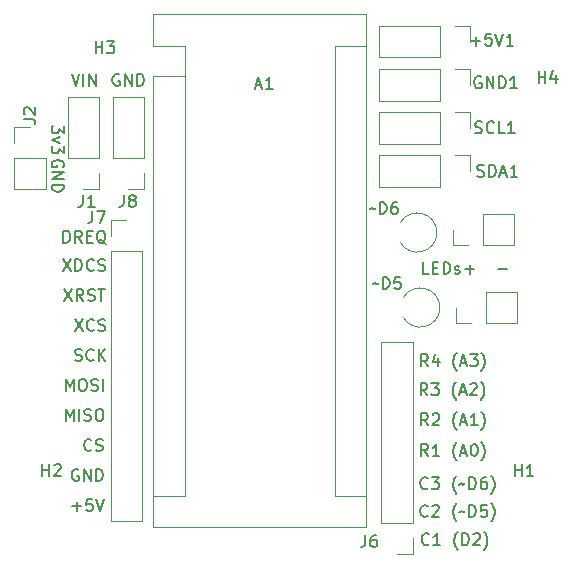
<source format=gbr>
%TF.GenerationSoftware,KiCad,Pcbnew,(5.0.1-3-g963ef8bb5)*%
%TF.CreationDate,2019-03-29T12:16:20-04:00*%
%TF.ProjectId,VHSBase,564853426173652E6B696361645F7063,rev?*%
%TF.SameCoordinates,Original*%
%TF.FileFunction,Legend,Top*%
%TF.FilePolarity,Positive*%
%FSLAX46Y46*%
G04 Gerber Fmt 4.6, Leading zero omitted, Abs format (unit mm)*
G04 Created by KiCad (PCBNEW (5.0.1-3-g963ef8bb5)) date Friday, March 29, 2019 at 12:16:20 pm*
%MOMM*%
%LPD*%
G01*
G04 APERTURE LIST*
%ADD10C,0.150000*%
%ADD11C,0.120000*%
G04 APERTURE END LIST*
D10*
X91922000Y-72670095D02*
X91969619Y-72574857D01*
X91969619Y-72432000D01*
X91922000Y-72289142D01*
X91826761Y-72193904D01*
X91731523Y-72146285D01*
X91541047Y-72098666D01*
X91398190Y-72098666D01*
X91207714Y-72146285D01*
X91112476Y-72193904D01*
X91017238Y-72289142D01*
X90969619Y-72432000D01*
X90969619Y-72527238D01*
X91017238Y-72670095D01*
X91064857Y-72717714D01*
X91398190Y-72717714D01*
X91398190Y-72527238D01*
X90969619Y-73146285D02*
X91969619Y-73146285D01*
X90969619Y-73717714D01*
X91969619Y-73717714D01*
X90969619Y-74193904D02*
X91969619Y-74193904D01*
X91969619Y-74432000D01*
X91922000Y-74574857D01*
X91826761Y-74670095D01*
X91731523Y-74717714D01*
X91541047Y-74765333D01*
X91398190Y-74765333D01*
X91207714Y-74717714D01*
X91112476Y-74670095D01*
X91017238Y-74574857D01*
X90969619Y-74432000D01*
X90969619Y-74193904D01*
X91969619Y-69193523D02*
X91969619Y-69812571D01*
X91588666Y-69479238D01*
X91588666Y-69622095D01*
X91541047Y-69717333D01*
X91493428Y-69764952D01*
X91398190Y-69812571D01*
X91160095Y-69812571D01*
X91064857Y-69764952D01*
X91017238Y-69717333D01*
X90969619Y-69622095D01*
X90969619Y-69336380D01*
X91017238Y-69241142D01*
X91064857Y-69193523D01*
X91636285Y-70145904D02*
X90969619Y-70384000D01*
X91636285Y-70622095D01*
X91969619Y-70907809D02*
X91969619Y-71526857D01*
X91588666Y-71193523D01*
X91588666Y-71336380D01*
X91541047Y-71431619D01*
X91493428Y-71479238D01*
X91398190Y-71526857D01*
X91160095Y-71526857D01*
X91064857Y-71479238D01*
X91017238Y-71431619D01*
X90969619Y-71336380D01*
X90969619Y-71050666D01*
X91017238Y-70955428D01*
X91064857Y-70907809D01*
X92694285Y-101417428D02*
X93456190Y-101417428D01*
X93075238Y-101798380D02*
X93075238Y-101036476D01*
X94408571Y-100798380D02*
X93932380Y-100798380D01*
X93884761Y-101274571D01*
X93932380Y-101226952D01*
X94027619Y-101179333D01*
X94265714Y-101179333D01*
X94360952Y-101226952D01*
X94408571Y-101274571D01*
X94456190Y-101369809D01*
X94456190Y-101607904D01*
X94408571Y-101703142D01*
X94360952Y-101750761D01*
X94265714Y-101798380D01*
X94027619Y-101798380D01*
X93932380Y-101750761D01*
X93884761Y-101703142D01*
X94741904Y-100798380D02*
X95075238Y-101798380D01*
X95408571Y-100798380D01*
X93218095Y-98306000D02*
X93122857Y-98258380D01*
X92980000Y-98258380D01*
X92837142Y-98306000D01*
X92741904Y-98401238D01*
X92694285Y-98496476D01*
X92646666Y-98686952D01*
X92646666Y-98829809D01*
X92694285Y-99020285D01*
X92741904Y-99115523D01*
X92837142Y-99210761D01*
X92980000Y-99258380D01*
X93075238Y-99258380D01*
X93218095Y-99210761D01*
X93265714Y-99163142D01*
X93265714Y-98829809D01*
X93075238Y-98829809D01*
X93694285Y-99258380D02*
X93694285Y-98258380D01*
X94265714Y-99258380D01*
X94265714Y-98258380D01*
X94741904Y-99258380D02*
X94741904Y-98258380D01*
X94980000Y-98258380D01*
X95122857Y-98306000D01*
X95218095Y-98401238D01*
X95265714Y-98496476D01*
X95313333Y-98686952D01*
X95313333Y-98829809D01*
X95265714Y-99020285D01*
X95218095Y-99115523D01*
X95122857Y-99210761D01*
X94980000Y-99258380D01*
X94741904Y-99258380D01*
X94321333Y-96623142D02*
X94273714Y-96670761D01*
X94130857Y-96718380D01*
X94035619Y-96718380D01*
X93892761Y-96670761D01*
X93797523Y-96575523D01*
X93749904Y-96480285D01*
X93702285Y-96289809D01*
X93702285Y-96146952D01*
X93749904Y-95956476D01*
X93797523Y-95861238D01*
X93892761Y-95766000D01*
X94035619Y-95718380D01*
X94130857Y-95718380D01*
X94273714Y-95766000D01*
X94321333Y-95813619D01*
X94702285Y-96670761D02*
X94845142Y-96718380D01*
X95083238Y-96718380D01*
X95178476Y-96670761D01*
X95226095Y-96623142D01*
X95273714Y-96527904D01*
X95273714Y-96432666D01*
X95226095Y-96337428D01*
X95178476Y-96289809D01*
X95083238Y-96242190D01*
X94892761Y-96194571D01*
X94797523Y-96146952D01*
X94749904Y-96099333D01*
X94702285Y-96004095D01*
X94702285Y-95908857D01*
X94749904Y-95813619D01*
X94797523Y-95766000D01*
X94892761Y-95718380D01*
X95130857Y-95718380D01*
X95273714Y-95766000D01*
X92154571Y-94178380D02*
X92154571Y-93178380D01*
X92487904Y-93892666D01*
X92821238Y-93178380D01*
X92821238Y-94178380D01*
X93297428Y-94178380D02*
X93297428Y-93178380D01*
X93726000Y-94130761D02*
X93868857Y-94178380D01*
X94106952Y-94178380D01*
X94202190Y-94130761D01*
X94249809Y-94083142D01*
X94297428Y-93987904D01*
X94297428Y-93892666D01*
X94249809Y-93797428D01*
X94202190Y-93749809D01*
X94106952Y-93702190D01*
X93916476Y-93654571D01*
X93821238Y-93606952D01*
X93773619Y-93559333D01*
X93726000Y-93464095D01*
X93726000Y-93368857D01*
X93773619Y-93273619D01*
X93821238Y-93226000D01*
X93916476Y-93178380D01*
X94154571Y-93178380D01*
X94297428Y-93226000D01*
X94916476Y-93178380D02*
X95106952Y-93178380D01*
X95202190Y-93226000D01*
X95297428Y-93321238D01*
X95345047Y-93511714D01*
X95345047Y-93845047D01*
X95297428Y-94035523D01*
X95202190Y-94130761D01*
X95106952Y-94178380D01*
X94916476Y-94178380D01*
X94821238Y-94130761D01*
X94726000Y-94035523D01*
X94678380Y-93845047D01*
X94678380Y-93511714D01*
X94726000Y-93321238D01*
X94821238Y-93226000D01*
X94916476Y-93178380D01*
X92154571Y-91638380D02*
X92154571Y-90638380D01*
X92487904Y-91352666D01*
X92821238Y-90638380D01*
X92821238Y-91638380D01*
X93487904Y-90638380D02*
X93678380Y-90638380D01*
X93773619Y-90686000D01*
X93868857Y-90781238D01*
X93916476Y-90971714D01*
X93916476Y-91305047D01*
X93868857Y-91495523D01*
X93773619Y-91590761D01*
X93678380Y-91638380D01*
X93487904Y-91638380D01*
X93392666Y-91590761D01*
X93297428Y-91495523D01*
X93249809Y-91305047D01*
X93249809Y-90971714D01*
X93297428Y-90781238D01*
X93392666Y-90686000D01*
X93487904Y-90638380D01*
X94297428Y-91590761D02*
X94440285Y-91638380D01*
X94678380Y-91638380D01*
X94773619Y-91590761D01*
X94821238Y-91543142D01*
X94868857Y-91447904D01*
X94868857Y-91352666D01*
X94821238Y-91257428D01*
X94773619Y-91209809D01*
X94678380Y-91162190D01*
X94487904Y-91114571D01*
X94392666Y-91066952D01*
X94345047Y-91019333D01*
X94297428Y-90924095D01*
X94297428Y-90828857D01*
X94345047Y-90733619D01*
X94392666Y-90686000D01*
X94487904Y-90638380D01*
X94726000Y-90638380D01*
X94868857Y-90686000D01*
X95297428Y-91638380D02*
X95297428Y-90638380D01*
X92948285Y-89050761D02*
X93091142Y-89098380D01*
X93329238Y-89098380D01*
X93424476Y-89050761D01*
X93472095Y-89003142D01*
X93519714Y-88907904D01*
X93519714Y-88812666D01*
X93472095Y-88717428D01*
X93424476Y-88669809D01*
X93329238Y-88622190D01*
X93138761Y-88574571D01*
X93043523Y-88526952D01*
X92995904Y-88479333D01*
X92948285Y-88384095D01*
X92948285Y-88288857D01*
X92995904Y-88193619D01*
X93043523Y-88146000D01*
X93138761Y-88098380D01*
X93376857Y-88098380D01*
X93519714Y-88146000D01*
X94519714Y-89003142D02*
X94472095Y-89050761D01*
X94329238Y-89098380D01*
X94234000Y-89098380D01*
X94091142Y-89050761D01*
X93995904Y-88955523D01*
X93948285Y-88860285D01*
X93900666Y-88669809D01*
X93900666Y-88526952D01*
X93948285Y-88336476D01*
X93995904Y-88241238D01*
X94091142Y-88146000D01*
X94234000Y-88098380D01*
X94329238Y-88098380D01*
X94472095Y-88146000D01*
X94519714Y-88193619D01*
X94948285Y-89098380D02*
X94948285Y-88098380D01*
X95519714Y-89098380D02*
X95091142Y-88526952D01*
X95519714Y-88098380D02*
X94948285Y-88669809D01*
X92924476Y-85558380D02*
X93591142Y-86558380D01*
X93591142Y-85558380D02*
X92924476Y-86558380D01*
X94543523Y-86463142D02*
X94495904Y-86510761D01*
X94353047Y-86558380D01*
X94257809Y-86558380D01*
X94114952Y-86510761D01*
X94019714Y-86415523D01*
X93972095Y-86320285D01*
X93924476Y-86129809D01*
X93924476Y-85986952D01*
X93972095Y-85796476D01*
X94019714Y-85701238D01*
X94114952Y-85606000D01*
X94257809Y-85558380D01*
X94353047Y-85558380D01*
X94495904Y-85606000D01*
X94543523Y-85653619D01*
X94924476Y-86510761D02*
X95067333Y-86558380D01*
X95305428Y-86558380D01*
X95400666Y-86510761D01*
X95448285Y-86463142D01*
X95495904Y-86367904D01*
X95495904Y-86272666D01*
X95448285Y-86177428D01*
X95400666Y-86129809D01*
X95305428Y-86082190D01*
X95114952Y-86034571D01*
X95019714Y-85986952D01*
X94972095Y-85939333D01*
X94924476Y-85844095D01*
X94924476Y-85748857D01*
X94972095Y-85653619D01*
X95019714Y-85606000D01*
X95114952Y-85558380D01*
X95353047Y-85558380D01*
X95495904Y-85606000D01*
X92035523Y-83018380D02*
X92702190Y-84018380D01*
X92702190Y-83018380D02*
X92035523Y-84018380D01*
X93654571Y-84018380D02*
X93321238Y-83542190D01*
X93083142Y-84018380D02*
X93083142Y-83018380D01*
X93464095Y-83018380D01*
X93559333Y-83066000D01*
X93606952Y-83113619D01*
X93654571Y-83208857D01*
X93654571Y-83351714D01*
X93606952Y-83446952D01*
X93559333Y-83494571D01*
X93464095Y-83542190D01*
X93083142Y-83542190D01*
X94035523Y-83970761D02*
X94178380Y-84018380D01*
X94416476Y-84018380D01*
X94511714Y-83970761D01*
X94559333Y-83923142D01*
X94606952Y-83827904D01*
X94606952Y-83732666D01*
X94559333Y-83637428D01*
X94511714Y-83589809D01*
X94416476Y-83542190D01*
X94226000Y-83494571D01*
X94130761Y-83446952D01*
X94083142Y-83399333D01*
X94035523Y-83304095D01*
X94035523Y-83208857D01*
X94083142Y-83113619D01*
X94130761Y-83066000D01*
X94226000Y-83018380D01*
X94464095Y-83018380D01*
X94606952Y-83066000D01*
X94892666Y-83018380D02*
X95464095Y-83018380D01*
X95178380Y-84018380D02*
X95178380Y-83018380D01*
X91916476Y-80478380D02*
X92583142Y-81478380D01*
X92583142Y-80478380D02*
X91916476Y-81478380D01*
X92964095Y-81478380D02*
X92964095Y-80478380D01*
X93202190Y-80478380D01*
X93345047Y-80526000D01*
X93440285Y-80621238D01*
X93487904Y-80716476D01*
X93535523Y-80906952D01*
X93535523Y-81049809D01*
X93487904Y-81240285D01*
X93440285Y-81335523D01*
X93345047Y-81430761D01*
X93202190Y-81478380D01*
X92964095Y-81478380D01*
X94535523Y-81383142D02*
X94487904Y-81430761D01*
X94345047Y-81478380D01*
X94249809Y-81478380D01*
X94106952Y-81430761D01*
X94011714Y-81335523D01*
X93964095Y-81240285D01*
X93916476Y-81049809D01*
X93916476Y-80906952D01*
X93964095Y-80716476D01*
X94011714Y-80621238D01*
X94106952Y-80526000D01*
X94249809Y-80478380D01*
X94345047Y-80478380D01*
X94487904Y-80526000D01*
X94535523Y-80573619D01*
X94916476Y-81430761D02*
X95059333Y-81478380D01*
X95297428Y-81478380D01*
X95392666Y-81430761D01*
X95440285Y-81383142D01*
X95487904Y-81287904D01*
X95487904Y-81192666D01*
X95440285Y-81097428D01*
X95392666Y-81049809D01*
X95297428Y-81002190D01*
X95106952Y-80954571D01*
X95011714Y-80906952D01*
X94964095Y-80859333D01*
X94916476Y-80764095D01*
X94916476Y-80668857D01*
X94964095Y-80573619D01*
X95011714Y-80526000D01*
X95106952Y-80478380D01*
X95345047Y-80478380D01*
X95487904Y-80526000D01*
X91957904Y-79084380D02*
X91957904Y-78084380D01*
X92196000Y-78084380D01*
X92338857Y-78132000D01*
X92434095Y-78227238D01*
X92481714Y-78322476D01*
X92529333Y-78512952D01*
X92529333Y-78655809D01*
X92481714Y-78846285D01*
X92434095Y-78941523D01*
X92338857Y-79036761D01*
X92196000Y-79084380D01*
X91957904Y-79084380D01*
X93529333Y-79084380D02*
X93196000Y-78608190D01*
X92957904Y-79084380D02*
X92957904Y-78084380D01*
X93338857Y-78084380D01*
X93434095Y-78132000D01*
X93481714Y-78179619D01*
X93529333Y-78274857D01*
X93529333Y-78417714D01*
X93481714Y-78512952D01*
X93434095Y-78560571D01*
X93338857Y-78608190D01*
X92957904Y-78608190D01*
X93957904Y-78560571D02*
X94291238Y-78560571D01*
X94434095Y-79084380D02*
X93957904Y-79084380D01*
X93957904Y-78084380D01*
X94434095Y-78084380D01*
X95529333Y-79179619D02*
X95434095Y-79132000D01*
X95338857Y-79036761D01*
X95196000Y-78893904D01*
X95100761Y-78846285D01*
X95005523Y-78846285D01*
X95053142Y-79084380D02*
X94957904Y-79036761D01*
X94862666Y-78941523D01*
X94815047Y-78751047D01*
X94815047Y-78417714D01*
X94862666Y-78227238D01*
X94957904Y-78132000D01*
X95053142Y-78084380D01*
X95243619Y-78084380D01*
X95338857Y-78132000D01*
X95434095Y-78227238D01*
X95481714Y-78417714D01*
X95481714Y-78751047D01*
X95434095Y-78941523D01*
X95338857Y-79036761D01*
X95243619Y-79084380D01*
X95053142Y-79084380D01*
X117887904Y-76271428D02*
X117935523Y-76223809D01*
X118030761Y-76176190D01*
X118221238Y-76271428D01*
X118316476Y-76223809D01*
X118364095Y-76176190D01*
X118745047Y-76652380D02*
X118745047Y-75652380D01*
X118983142Y-75652380D01*
X119126000Y-75700000D01*
X119221238Y-75795238D01*
X119268857Y-75890476D01*
X119316476Y-76080952D01*
X119316476Y-76223809D01*
X119268857Y-76414285D01*
X119221238Y-76509523D01*
X119126000Y-76604761D01*
X118983142Y-76652380D01*
X118745047Y-76652380D01*
X120173619Y-75652380D02*
X119983142Y-75652380D01*
X119887904Y-75700000D01*
X119840285Y-75747619D01*
X119745047Y-75890476D01*
X119697428Y-76080952D01*
X119697428Y-76461904D01*
X119745047Y-76557142D01*
X119792666Y-76604761D01*
X119887904Y-76652380D01*
X120078380Y-76652380D01*
X120173619Y-76604761D01*
X120221238Y-76557142D01*
X120268857Y-76461904D01*
X120268857Y-76223809D01*
X120221238Y-76128571D01*
X120173619Y-76080952D01*
X120078380Y-76033333D01*
X119887904Y-76033333D01*
X119792666Y-76080952D01*
X119745047Y-76128571D01*
X119697428Y-76223809D01*
X118141904Y-82621428D02*
X118189523Y-82573809D01*
X118284761Y-82526190D01*
X118475238Y-82621428D01*
X118570476Y-82573809D01*
X118618095Y-82526190D01*
X118999047Y-83002380D02*
X118999047Y-82002380D01*
X119237142Y-82002380D01*
X119380000Y-82050000D01*
X119475238Y-82145238D01*
X119522857Y-82240476D01*
X119570476Y-82430952D01*
X119570476Y-82573809D01*
X119522857Y-82764285D01*
X119475238Y-82859523D01*
X119380000Y-82954761D01*
X119237142Y-83002380D01*
X118999047Y-83002380D01*
X120475238Y-82002380D02*
X119999047Y-82002380D01*
X119951428Y-82478571D01*
X119999047Y-82430952D01*
X120094285Y-82383333D01*
X120332380Y-82383333D01*
X120427619Y-82430952D01*
X120475238Y-82478571D01*
X120522857Y-82573809D01*
X120522857Y-82811904D01*
X120475238Y-82907142D01*
X120427619Y-82954761D01*
X120332380Y-83002380D01*
X120094285Y-83002380D01*
X119999047Y-82954761D01*
X119951428Y-82907142D01*
X126000095Y-81351428D02*
X126762000Y-81351428D01*
X126381047Y-81732380D02*
X126381047Y-80970476D01*
X128762000Y-81351428D02*
X129523904Y-81351428D01*
X122904380Y-81732380D02*
X122428190Y-81732380D01*
X122428190Y-80732380D01*
X123237714Y-81208571D02*
X123571047Y-81208571D01*
X123713904Y-81732380D02*
X123237714Y-81732380D01*
X123237714Y-80732380D01*
X123713904Y-80732380D01*
X124142476Y-81732380D02*
X124142476Y-80732380D01*
X124380571Y-80732380D01*
X124523428Y-80780000D01*
X124618666Y-80875238D01*
X124666285Y-80970476D01*
X124713904Y-81160952D01*
X124713904Y-81303809D01*
X124666285Y-81494285D01*
X124618666Y-81589523D01*
X124523428Y-81684761D01*
X124380571Y-81732380D01*
X124142476Y-81732380D01*
X125094857Y-81684761D02*
X125190095Y-81732380D01*
X125380571Y-81732380D01*
X125475809Y-81684761D01*
X125523428Y-81589523D01*
X125523428Y-81541904D01*
X125475809Y-81446666D01*
X125380571Y-81399047D01*
X125237714Y-81399047D01*
X125142476Y-81351428D01*
X125094857Y-81256190D01*
X125094857Y-81208571D01*
X125142476Y-81113333D01*
X125237714Y-81065714D01*
X125380571Y-81065714D01*
X125475809Y-81113333D01*
X122830952Y-89552380D02*
X122497619Y-89076190D01*
X122259523Y-89552380D02*
X122259523Y-88552380D01*
X122640476Y-88552380D01*
X122735714Y-88600000D01*
X122783333Y-88647619D01*
X122830952Y-88742857D01*
X122830952Y-88885714D01*
X122783333Y-88980952D01*
X122735714Y-89028571D01*
X122640476Y-89076190D01*
X122259523Y-89076190D01*
X123688095Y-88885714D02*
X123688095Y-89552380D01*
X123450000Y-88504761D02*
X123211904Y-89219047D01*
X123830952Y-89219047D01*
X125259523Y-89933333D02*
X125211904Y-89885714D01*
X125116666Y-89742857D01*
X125069047Y-89647619D01*
X125021428Y-89504761D01*
X124973809Y-89266666D01*
X124973809Y-89076190D01*
X125021428Y-88838095D01*
X125069047Y-88695238D01*
X125116666Y-88600000D01*
X125211904Y-88457142D01*
X125259523Y-88409523D01*
X125592857Y-89266666D02*
X126069047Y-89266666D01*
X125497619Y-89552380D02*
X125830952Y-88552380D01*
X126164285Y-89552380D01*
X126402380Y-88552380D02*
X127021428Y-88552380D01*
X126688095Y-88933333D01*
X126830952Y-88933333D01*
X126926190Y-88980952D01*
X126973809Y-89028571D01*
X127021428Y-89123809D01*
X127021428Y-89361904D01*
X126973809Y-89457142D01*
X126926190Y-89504761D01*
X126830952Y-89552380D01*
X126545238Y-89552380D01*
X126450000Y-89504761D01*
X126402380Y-89457142D01*
X127354761Y-89933333D02*
X127402380Y-89885714D01*
X127497619Y-89742857D01*
X127545238Y-89647619D01*
X127592857Y-89504761D01*
X127640476Y-89266666D01*
X127640476Y-89076190D01*
X127592857Y-88838095D01*
X127545238Y-88695238D01*
X127497619Y-88600000D01*
X127402380Y-88457142D01*
X127354761Y-88409523D01*
X122780952Y-92002380D02*
X122447619Y-91526190D01*
X122209523Y-92002380D02*
X122209523Y-91002380D01*
X122590476Y-91002380D01*
X122685714Y-91050000D01*
X122733333Y-91097619D01*
X122780952Y-91192857D01*
X122780952Y-91335714D01*
X122733333Y-91430952D01*
X122685714Y-91478571D01*
X122590476Y-91526190D01*
X122209523Y-91526190D01*
X123114285Y-91002380D02*
X123733333Y-91002380D01*
X123400000Y-91383333D01*
X123542857Y-91383333D01*
X123638095Y-91430952D01*
X123685714Y-91478571D01*
X123733333Y-91573809D01*
X123733333Y-91811904D01*
X123685714Y-91907142D01*
X123638095Y-91954761D01*
X123542857Y-92002380D01*
X123257142Y-92002380D01*
X123161904Y-91954761D01*
X123114285Y-91907142D01*
X125209523Y-92383333D02*
X125161904Y-92335714D01*
X125066666Y-92192857D01*
X125019047Y-92097619D01*
X124971428Y-91954761D01*
X124923809Y-91716666D01*
X124923809Y-91526190D01*
X124971428Y-91288095D01*
X125019047Y-91145238D01*
X125066666Y-91050000D01*
X125161904Y-90907142D01*
X125209523Y-90859523D01*
X125542857Y-91716666D02*
X126019047Y-91716666D01*
X125447619Y-92002380D02*
X125780952Y-91002380D01*
X126114285Y-92002380D01*
X126400000Y-91097619D02*
X126447619Y-91050000D01*
X126542857Y-91002380D01*
X126780952Y-91002380D01*
X126876190Y-91050000D01*
X126923809Y-91097619D01*
X126971428Y-91192857D01*
X126971428Y-91288095D01*
X126923809Y-91430952D01*
X126352380Y-92002380D01*
X126971428Y-92002380D01*
X127304761Y-92383333D02*
X127352380Y-92335714D01*
X127447619Y-92192857D01*
X127495238Y-92097619D01*
X127542857Y-91954761D01*
X127590476Y-91716666D01*
X127590476Y-91526190D01*
X127542857Y-91288095D01*
X127495238Y-91145238D01*
X127447619Y-91050000D01*
X127352380Y-90907142D01*
X127304761Y-90859523D01*
X122830952Y-94552380D02*
X122497619Y-94076190D01*
X122259523Y-94552380D02*
X122259523Y-93552380D01*
X122640476Y-93552380D01*
X122735714Y-93600000D01*
X122783333Y-93647619D01*
X122830952Y-93742857D01*
X122830952Y-93885714D01*
X122783333Y-93980952D01*
X122735714Y-94028571D01*
X122640476Y-94076190D01*
X122259523Y-94076190D01*
X123211904Y-93647619D02*
X123259523Y-93600000D01*
X123354761Y-93552380D01*
X123592857Y-93552380D01*
X123688095Y-93600000D01*
X123735714Y-93647619D01*
X123783333Y-93742857D01*
X123783333Y-93838095D01*
X123735714Y-93980952D01*
X123164285Y-94552380D01*
X123783333Y-94552380D01*
X125259523Y-94933333D02*
X125211904Y-94885714D01*
X125116666Y-94742857D01*
X125069047Y-94647619D01*
X125021428Y-94504761D01*
X124973809Y-94266666D01*
X124973809Y-94076190D01*
X125021428Y-93838095D01*
X125069047Y-93695238D01*
X125116666Y-93600000D01*
X125211904Y-93457142D01*
X125259523Y-93409523D01*
X125592857Y-94266666D02*
X126069047Y-94266666D01*
X125497619Y-94552380D02*
X125830952Y-93552380D01*
X126164285Y-94552380D01*
X127021428Y-94552380D02*
X126450000Y-94552380D01*
X126735714Y-94552380D02*
X126735714Y-93552380D01*
X126640476Y-93695238D01*
X126545238Y-93790476D01*
X126450000Y-93838095D01*
X127354761Y-94933333D02*
X127402380Y-94885714D01*
X127497619Y-94742857D01*
X127545238Y-94647619D01*
X127592857Y-94504761D01*
X127640476Y-94266666D01*
X127640476Y-94076190D01*
X127592857Y-93838095D01*
X127545238Y-93695238D01*
X127497619Y-93600000D01*
X127402380Y-93457142D01*
X127354761Y-93409523D01*
X122830952Y-97152380D02*
X122497619Y-96676190D01*
X122259523Y-97152380D02*
X122259523Y-96152380D01*
X122640476Y-96152380D01*
X122735714Y-96200000D01*
X122783333Y-96247619D01*
X122830952Y-96342857D01*
X122830952Y-96485714D01*
X122783333Y-96580952D01*
X122735714Y-96628571D01*
X122640476Y-96676190D01*
X122259523Y-96676190D01*
X123783333Y-97152380D02*
X123211904Y-97152380D01*
X123497619Y-97152380D02*
X123497619Y-96152380D01*
X123402380Y-96295238D01*
X123307142Y-96390476D01*
X123211904Y-96438095D01*
X125259523Y-97533333D02*
X125211904Y-97485714D01*
X125116666Y-97342857D01*
X125069047Y-97247619D01*
X125021428Y-97104761D01*
X124973809Y-96866666D01*
X124973809Y-96676190D01*
X125021428Y-96438095D01*
X125069047Y-96295238D01*
X125116666Y-96200000D01*
X125211904Y-96057142D01*
X125259523Y-96009523D01*
X125592857Y-96866666D02*
X126069047Y-96866666D01*
X125497619Y-97152380D02*
X125830952Y-96152380D01*
X126164285Y-97152380D01*
X126688095Y-96152380D02*
X126783333Y-96152380D01*
X126878571Y-96200000D01*
X126926190Y-96247619D01*
X126973809Y-96342857D01*
X127021428Y-96533333D01*
X127021428Y-96771428D01*
X126973809Y-96961904D01*
X126926190Y-97057142D01*
X126878571Y-97104761D01*
X126783333Y-97152380D01*
X126688095Y-97152380D01*
X126592857Y-97104761D01*
X126545238Y-97057142D01*
X126497619Y-96961904D01*
X126450000Y-96771428D01*
X126450000Y-96533333D01*
X126497619Y-96342857D01*
X126545238Y-96247619D01*
X126592857Y-96200000D01*
X126688095Y-96152380D01*
X127354761Y-97533333D02*
X127402380Y-97485714D01*
X127497619Y-97342857D01*
X127545238Y-97247619D01*
X127592857Y-97104761D01*
X127640476Y-96866666D01*
X127640476Y-96676190D01*
X127592857Y-96438095D01*
X127545238Y-96295238D01*
X127497619Y-96200000D01*
X127402380Y-96057142D01*
X127354761Y-96009523D01*
X122802380Y-99857142D02*
X122754761Y-99904761D01*
X122611904Y-99952380D01*
X122516666Y-99952380D01*
X122373809Y-99904761D01*
X122278571Y-99809523D01*
X122230952Y-99714285D01*
X122183333Y-99523809D01*
X122183333Y-99380952D01*
X122230952Y-99190476D01*
X122278571Y-99095238D01*
X122373809Y-99000000D01*
X122516666Y-98952380D01*
X122611904Y-98952380D01*
X122754761Y-99000000D01*
X122802380Y-99047619D01*
X123135714Y-98952380D02*
X123754761Y-98952380D01*
X123421428Y-99333333D01*
X123564285Y-99333333D01*
X123659523Y-99380952D01*
X123707142Y-99428571D01*
X123754761Y-99523809D01*
X123754761Y-99761904D01*
X123707142Y-99857142D01*
X123659523Y-99904761D01*
X123564285Y-99952380D01*
X123278571Y-99952380D01*
X123183333Y-99904761D01*
X123135714Y-99857142D01*
X125230952Y-100333333D02*
X125183333Y-100285714D01*
X125088095Y-100142857D01*
X125040476Y-100047619D01*
X124992857Y-99904761D01*
X124945238Y-99666666D01*
X124945238Y-99476190D01*
X124992857Y-99238095D01*
X125040476Y-99095238D01*
X125088095Y-99000000D01*
X125183333Y-98857142D01*
X125230952Y-98809523D01*
X125469047Y-99571428D02*
X125516666Y-99523809D01*
X125611904Y-99476190D01*
X125802380Y-99571428D01*
X125897619Y-99523809D01*
X125945238Y-99476190D01*
X126326190Y-99952380D02*
X126326190Y-98952380D01*
X126564285Y-98952380D01*
X126707142Y-99000000D01*
X126802380Y-99095238D01*
X126850000Y-99190476D01*
X126897619Y-99380952D01*
X126897619Y-99523809D01*
X126850000Y-99714285D01*
X126802380Y-99809523D01*
X126707142Y-99904761D01*
X126564285Y-99952380D01*
X126326190Y-99952380D01*
X127754761Y-98952380D02*
X127564285Y-98952380D01*
X127469047Y-99000000D01*
X127421428Y-99047619D01*
X127326190Y-99190476D01*
X127278571Y-99380952D01*
X127278571Y-99761904D01*
X127326190Y-99857142D01*
X127373809Y-99904761D01*
X127469047Y-99952380D01*
X127659523Y-99952380D01*
X127754761Y-99904761D01*
X127802380Y-99857142D01*
X127850000Y-99761904D01*
X127850000Y-99523809D01*
X127802380Y-99428571D01*
X127754761Y-99380952D01*
X127659523Y-99333333D01*
X127469047Y-99333333D01*
X127373809Y-99380952D01*
X127326190Y-99428571D01*
X127278571Y-99523809D01*
X128183333Y-100333333D02*
X128230952Y-100285714D01*
X128326190Y-100142857D01*
X128373809Y-100047619D01*
X128421428Y-99904761D01*
X128469047Y-99666666D01*
X128469047Y-99476190D01*
X128421428Y-99238095D01*
X128373809Y-99095238D01*
X128326190Y-99000000D01*
X128230952Y-98857142D01*
X128183333Y-98809523D01*
X122802380Y-102207142D02*
X122754761Y-102254761D01*
X122611904Y-102302380D01*
X122516666Y-102302380D01*
X122373809Y-102254761D01*
X122278571Y-102159523D01*
X122230952Y-102064285D01*
X122183333Y-101873809D01*
X122183333Y-101730952D01*
X122230952Y-101540476D01*
X122278571Y-101445238D01*
X122373809Y-101350000D01*
X122516666Y-101302380D01*
X122611904Y-101302380D01*
X122754761Y-101350000D01*
X122802380Y-101397619D01*
X123183333Y-101397619D02*
X123230952Y-101350000D01*
X123326190Y-101302380D01*
X123564285Y-101302380D01*
X123659523Y-101350000D01*
X123707142Y-101397619D01*
X123754761Y-101492857D01*
X123754761Y-101588095D01*
X123707142Y-101730952D01*
X123135714Y-102302380D01*
X123754761Y-102302380D01*
X125230952Y-102683333D02*
X125183333Y-102635714D01*
X125088095Y-102492857D01*
X125040476Y-102397619D01*
X124992857Y-102254761D01*
X124945238Y-102016666D01*
X124945238Y-101826190D01*
X124992857Y-101588095D01*
X125040476Y-101445238D01*
X125088095Y-101350000D01*
X125183333Y-101207142D01*
X125230952Y-101159523D01*
X125469047Y-101921428D02*
X125516666Y-101873809D01*
X125611904Y-101826190D01*
X125802380Y-101921428D01*
X125897619Y-101873809D01*
X125945238Y-101826190D01*
X126326190Y-102302380D02*
X126326190Y-101302380D01*
X126564285Y-101302380D01*
X126707142Y-101350000D01*
X126802380Y-101445238D01*
X126850000Y-101540476D01*
X126897619Y-101730952D01*
X126897619Y-101873809D01*
X126850000Y-102064285D01*
X126802380Y-102159523D01*
X126707142Y-102254761D01*
X126564285Y-102302380D01*
X126326190Y-102302380D01*
X127802380Y-101302380D02*
X127326190Y-101302380D01*
X127278571Y-101778571D01*
X127326190Y-101730952D01*
X127421428Y-101683333D01*
X127659523Y-101683333D01*
X127754761Y-101730952D01*
X127802380Y-101778571D01*
X127850000Y-101873809D01*
X127850000Y-102111904D01*
X127802380Y-102207142D01*
X127754761Y-102254761D01*
X127659523Y-102302380D01*
X127421428Y-102302380D01*
X127326190Y-102254761D01*
X127278571Y-102207142D01*
X128183333Y-102683333D02*
X128230952Y-102635714D01*
X128326190Y-102492857D01*
X128373809Y-102397619D01*
X128421428Y-102254761D01*
X128469047Y-102016666D01*
X128469047Y-101826190D01*
X128421428Y-101588095D01*
X128373809Y-101445238D01*
X128326190Y-101350000D01*
X128230952Y-101207142D01*
X128183333Y-101159523D01*
X122909523Y-104607142D02*
X122861904Y-104654761D01*
X122719047Y-104702380D01*
X122623809Y-104702380D01*
X122480952Y-104654761D01*
X122385714Y-104559523D01*
X122338095Y-104464285D01*
X122290476Y-104273809D01*
X122290476Y-104130952D01*
X122338095Y-103940476D01*
X122385714Y-103845238D01*
X122480952Y-103750000D01*
X122623809Y-103702380D01*
X122719047Y-103702380D01*
X122861904Y-103750000D01*
X122909523Y-103797619D01*
X123861904Y-104702380D02*
X123290476Y-104702380D01*
X123576190Y-104702380D02*
X123576190Y-103702380D01*
X123480952Y-103845238D01*
X123385714Y-103940476D01*
X123290476Y-103988095D01*
X125338095Y-105083333D02*
X125290476Y-105035714D01*
X125195238Y-104892857D01*
X125147619Y-104797619D01*
X125100000Y-104654761D01*
X125052380Y-104416666D01*
X125052380Y-104226190D01*
X125100000Y-103988095D01*
X125147619Y-103845238D01*
X125195238Y-103750000D01*
X125290476Y-103607142D01*
X125338095Y-103559523D01*
X125719047Y-104702380D02*
X125719047Y-103702380D01*
X125957142Y-103702380D01*
X126100000Y-103750000D01*
X126195238Y-103845238D01*
X126242857Y-103940476D01*
X126290476Y-104130952D01*
X126290476Y-104273809D01*
X126242857Y-104464285D01*
X126195238Y-104559523D01*
X126100000Y-104654761D01*
X125957142Y-104702380D01*
X125719047Y-104702380D01*
X126671428Y-103797619D02*
X126719047Y-103750000D01*
X126814285Y-103702380D01*
X127052380Y-103702380D01*
X127147619Y-103750000D01*
X127195238Y-103797619D01*
X127242857Y-103892857D01*
X127242857Y-103988095D01*
X127195238Y-104130952D01*
X126623809Y-104702380D01*
X127242857Y-104702380D01*
X127576190Y-105083333D02*
X127623809Y-105035714D01*
X127719047Y-104892857D01*
X127766666Y-104797619D01*
X127814285Y-104654761D01*
X127861904Y-104416666D01*
X127861904Y-104226190D01*
X127814285Y-103988095D01*
X127766666Y-103845238D01*
X127719047Y-103750000D01*
X127623809Y-103607142D01*
X127576190Y-103559523D01*
X96688095Y-64850000D02*
X96592857Y-64802380D01*
X96450000Y-64802380D01*
X96307142Y-64850000D01*
X96211904Y-64945238D01*
X96164285Y-65040476D01*
X96116666Y-65230952D01*
X96116666Y-65373809D01*
X96164285Y-65564285D01*
X96211904Y-65659523D01*
X96307142Y-65754761D01*
X96450000Y-65802380D01*
X96545238Y-65802380D01*
X96688095Y-65754761D01*
X96735714Y-65707142D01*
X96735714Y-65373809D01*
X96545238Y-65373809D01*
X97164285Y-65802380D02*
X97164285Y-64802380D01*
X97735714Y-65802380D01*
X97735714Y-64802380D01*
X98211904Y-65802380D02*
X98211904Y-64802380D01*
X98450000Y-64802380D01*
X98592857Y-64850000D01*
X98688095Y-64945238D01*
X98735714Y-65040476D01*
X98783333Y-65230952D01*
X98783333Y-65373809D01*
X98735714Y-65564285D01*
X98688095Y-65659523D01*
X98592857Y-65754761D01*
X98450000Y-65802380D01*
X98211904Y-65802380D01*
X92654761Y-64852380D02*
X92988095Y-65852380D01*
X93321428Y-64852380D01*
X93654761Y-65852380D02*
X93654761Y-64852380D01*
X94130952Y-65852380D02*
X94130952Y-64852380D01*
X94702380Y-65852380D01*
X94702380Y-64852380D01*
D11*
X117615000Y-59755000D02*
X99575000Y-59755000D01*
X117615000Y-103195000D02*
X117615000Y-59755000D01*
X99575000Y-103195000D02*
X117615000Y-103195000D01*
X102245000Y-100525000D02*
X99575000Y-100525000D01*
X102245000Y-64965000D02*
X102245000Y-100525000D01*
X102245000Y-64965000D02*
X99575000Y-64965000D01*
X114945000Y-100525000D02*
X117615000Y-100525000D01*
X114945000Y-62425000D02*
X114945000Y-100525000D01*
X114945000Y-62425000D02*
X117615000Y-62425000D01*
X99575000Y-59755000D02*
X99575000Y-62425000D01*
X99575000Y-64965000D02*
X99575000Y-103195000D01*
X102245000Y-62425000D02*
X99575000Y-62425000D01*
X102245000Y-64965000D02*
X102245000Y-62425000D01*
X121530000Y-105430000D02*
X120200000Y-105430000D01*
X121530000Y-104100000D02*
X121530000Y-105430000D01*
X121530000Y-102830000D02*
X118870000Y-102830000D01*
X118870000Y-102830000D02*
X118870000Y-87530000D01*
X121530000Y-102830000D02*
X121530000Y-87530000D01*
X121530000Y-87530000D02*
X118870000Y-87530000D01*
X95952000Y-77156000D02*
X97282000Y-77156000D01*
X95952000Y-78486000D02*
X95952000Y-77156000D01*
X95952000Y-79756000D02*
X98612000Y-79756000D01*
X98612000Y-79756000D02*
X98612000Y-102676000D01*
X95952000Y-79756000D02*
X95952000Y-102676000D01*
X95952000Y-102676000D02*
X98612000Y-102676000D01*
X94976000Y-74526000D02*
X93646000Y-74526000D01*
X94976000Y-73196000D02*
X94976000Y-74526000D01*
X94976000Y-71926000D02*
X92316000Y-71926000D01*
X92316000Y-71926000D02*
X92316000Y-66786000D01*
X94976000Y-71926000D02*
X94976000Y-66786000D01*
X94976000Y-66786000D02*
X92316000Y-66786000D01*
X98786000Y-74526000D02*
X97456000Y-74526000D01*
X98786000Y-73196000D02*
X98786000Y-74526000D01*
X98786000Y-71926000D02*
X96126000Y-71926000D01*
X96126000Y-71926000D02*
X96126000Y-66786000D01*
X98786000Y-71926000D02*
X98786000Y-66786000D01*
X98786000Y-66786000D02*
X96126000Y-66786000D01*
X125162000Y-85912000D02*
X125162000Y-84582000D01*
X126492000Y-85912000D02*
X125162000Y-85912000D01*
X127762000Y-85912000D02*
X127762000Y-83252000D01*
X127762000Y-83252000D02*
X130362000Y-83252000D01*
X127762000Y-85912000D02*
X130362000Y-85912000D01*
X130362000Y-85912000D02*
X130362000Y-83252000D01*
X130108000Y-79308000D02*
X130108000Y-76648000D01*
X127508000Y-79308000D02*
X130108000Y-79308000D01*
X127508000Y-76648000D02*
X130108000Y-76648000D01*
X127508000Y-79308000D02*
X127508000Y-76648000D01*
X126238000Y-79308000D02*
X124908000Y-79308000D01*
X124908000Y-79308000D02*
X124908000Y-77978000D01*
X118665000Y-60745000D02*
X118665000Y-63405000D01*
X123805000Y-60745000D02*
X118665000Y-60745000D01*
X123805000Y-63405000D02*
X118665000Y-63405000D01*
X123805000Y-60745000D02*
X123805000Y-63405000D01*
X125075000Y-60745000D02*
X126405000Y-60745000D01*
X126405000Y-60745000D02*
X126405000Y-62075000D01*
X126405000Y-64395000D02*
X126405000Y-65725000D01*
X125075000Y-64395000D02*
X126405000Y-64395000D01*
X123805000Y-64395000D02*
X123805000Y-67055000D01*
X123805000Y-67055000D02*
X118665000Y-67055000D01*
X123805000Y-64395000D02*
X118665000Y-64395000D01*
X118665000Y-64395000D02*
X118665000Y-67055000D01*
X126405000Y-68045000D02*
X126405000Y-69375000D01*
X125075000Y-68045000D02*
X126405000Y-68045000D01*
X123805000Y-68045000D02*
X123805000Y-70705000D01*
X123805000Y-70705000D02*
X118665000Y-70705000D01*
X123805000Y-68045000D02*
X118665000Y-68045000D01*
X118665000Y-68045000D02*
X118665000Y-70705000D01*
X118665000Y-71695000D02*
X118665000Y-74355000D01*
X123805000Y-71695000D02*
X118665000Y-71695000D01*
X123805000Y-74355000D02*
X118665000Y-74355000D01*
X123805000Y-71695000D02*
X123805000Y-74355000D01*
X125075000Y-71695000D02*
X126405000Y-71695000D01*
X126405000Y-71695000D02*
X126405000Y-73025000D01*
X120719172Y-83782578D02*
G75*
G02X120719490Y-85382000I1454828J-799422D01*
G01*
X120465172Y-77432578D02*
G75*
G02X120465490Y-79032000I1454828J-799422D01*
G01*
X87806000Y-69308000D02*
X89136000Y-69308000D01*
X87806000Y-70638000D02*
X87806000Y-69308000D01*
X87806000Y-71908000D02*
X90466000Y-71908000D01*
X90466000Y-71908000D02*
X90466000Y-74508000D01*
X87806000Y-71908000D02*
X87806000Y-74508000D01*
X87806000Y-74508000D02*
X90466000Y-74508000D01*
D10*
X108235713Y-65766665D02*
X108711903Y-65766665D01*
X108140475Y-66052379D02*
X108473808Y-65052379D01*
X108807141Y-66052379D01*
X109664284Y-66052379D02*
X109092856Y-66052379D01*
X109378570Y-66052379D02*
X109378570Y-65052379D01*
X109283332Y-65195237D01*
X109188094Y-65290475D01*
X109092856Y-65338094D01*
X117522666Y-103846380D02*
X117522666Y-104560666D01*
X117475047Y-104703523D01*
X117379809Y-104798761D01*
X117236952Y-104846380D01*
X117141714Y-104846380D01*
X118427428Y-103846380D02*
X118236952Y-103846380D01*
X118141714Y-103894000D01*
X118094095Y-103941619D01*
X117998857Y-104084476D01*
X117951238Y-104274952D01*
X117951238Y-104655904D01*
X117998857Y-104751142D01*
X118046476Y-104798761D01*
X118141714Y-104846380D01*
X118332190Y-104846380D01*
X118427428Y-104798761D01*
X118475047Y-104751142D01*
X118522666Y-104655904D01*
X118522666Y-104417809D01*
X118475047Y-104322571D01*
X118427428Y-104274952D01*
X118332190Y-104227333D01*
X118141714Y-104227333D01*
X118046476Y-104274952D01*
X117998857Y-104322571D01*
X117951238Y-104417809D01*
X94408666Y-76414380D02*
X94408666Y-77128666D01*
X94361047Y-77271523D01*
X94265809Y-77366761D01*
X94122952Y-77414380D01*
X94027714Y-77414380D01*
X94789619Y-76414380D02*
X95456285Y-76414380D01*
X95027714Y-77414380D01*
X93616666Y-75052380D02*
X93616666Y-75766666D01*
X93569047Y-75909523D01*
X93473809Y-76004761D01*
X93330952Y-76052380D01*
X93235714Y-76052380D01*
X94616666Y-76052380D02*
X94045238Y-76052380D01*
X94330952Y-76052380D02*
X94330952Y-75052380D01*
X94235714Y-75195238D01*
X94140476Y-75290476D01*
X94045238Y-75338095D01*
X97066666Y-75052380D02*
X97066666Y-75766666D01*
X97019047Y-75909523D01*
X96923809Y-76004761D01*
X96780952Y-76052380D01*
X96685714Y-76052380D01*
X97685714Y-75480952D02*
X97590476Y-75433333D01*
X97542857Y-75385714D01*
X97495238Y-75290476D01*
X97495238Y-75242857D01*
X97542857Y-75147619D01*
X97590476Y-75100000D01*
X97685714Y-75052380D01*
X97876190Y-75052380D01*
X97971428Y-75100000D01*
X98019047Y-75147619D01*
X98066666Y-75242857D01*
X98066666Y-75290476D01*
X98019047Y-75385714D01*
X97971428Y-75433333D01*
X97876190Y-75480952D01*
X97685714Y-75480952D01*
X97590476Y-75528571D01*
X97542857Y-75576190D01*
X97495238Y-75671428D01*
X97495238Y-75861904D01*
X97542857Y-75957142D01*
X97590476Y-76004761D01*
X97685714Y-76052380D01*
X97876190Y-76052380D01*
X97971428Y-76004761D01*
X98019047Y-75957142D01*
X98066666Y-75861904D01*
X98066666Y-75671428D01*
X98019047Y-75576190D01*
X97971428Y-75528571D01*
X97876190Y-75480952D01*
X126488096Y-62021427D02*
X127250001Y-62021427D01*
X126869048Y-62402379D02*
X126869048Y-61640475D01*
X128202381Y-61402379D02*
X127726191Y-61402379D01*
X127678572Y-61878570D01*
X127726191Y-61830951D01*
X127821429Y-61783332D01*
X128059524Y-61783332D01*
X128154762Y-61830951D01*
X128202381Y-61878570D01*
X128250001Y-61973808D01*
X128250001Y-62211903D01*
X128202381Y-62307141D01*
X128154762Y-62354760D01*
X128059524Y-62402379D01*
X127821429Y-62402379D01*
X127726191Y-62354760D01*
X127678572Y-62307141D01*
X128535715Y-61402379D02*
X128869048Y-62402379D01*
X129202381Y-61402379D01*
X130059524Y-62402379D02*
X129488096Y-62402379D01*
X129773810Y-62402379D02*
X129773810Y-61402379D01*
X129678572Y-61545237D01*
X129583334Y-61640475D01*
X129488096Y-61688094D01*
X127311905Y-65049999D02*
X127216667Y-65002379D01*
X127073810Y-65002379D01*
X126930953Y-65049999D01*
X126835715Y-65145237D01*
X126788096Y-65240475D01*
X126740477Y-65430951D01*
X126740477Y-65573808D01*
X126788096Y-65764284D01*
X126835715Y-65859522D01*
X126930953Y-65954760D01*
X127073810Y-66002379D01*
X127169048Y-66002379D01*
X127311905Y-65954760D01*
X127359524Y-65907141D01*
X127359524Y-65573808D01*
X127169048Y-65573808D01*
X127788096Y-66002379D02*
X127788096Y-65002379D01*
X128359524Y-66002379D01*
X128359524Y-65002379D01*
X128835715Y-66002379D02*
X128835715Y-65002379D01*
X129073810Y-65002379D01*
X129216667Y-65049999D01*
X129311905Y-65145237D01*
X129359524Y-65240475D01*
X129407143Y-65430951D01*
X129407143Y-65573808D01*
X129359524Y-65764284D01*
X129311905Y-65859522D01*
X129216667Y-65954760D01*
X129073810Y-66002379D01*
X128835715Y-66002379D01*
X130359524Y-66002379D02*
X129788096Y-66002379D01*
X130073810Y-66002379D02*
X130073810Y-65002379D01*
X129978572Y-65145237D01*
X129883334Y-65240475D01*
X129788096Y-65288094D01*
X126833334Y-69779761D02*
X126976191Y-69827380D01*
X127214286Y-69827380D01*
X127309524Y-69779761D01*
X127357143Y-69732142D01*
X127404762Y-69636904D01*
X127404762Y-69541666D01*
X127357143Y-69446428D01*
X127309524Y-69398809D01*
X127214286Y-69351190D01*
X127023810Y-69303571D01*
X126928572Y-69255952D01*
X126880953Y-69208333D01*
X126833334Y-69113095D01*
X126833334Y-69017857D01*
X126880953Y-68922619D01*
X126928572Y-68875000D01*
X127023810Y-68827380D01*
X127261905Y-68827380D01*
X127404762Y-68875000D01*
X128404762Y-69732142D02*
X128357143Y-69779761D01*
X128214286Y-69827380D01*
X128119048Y-69827380D01*
X127976191Y-69779761D01*
X127880953Y-69684523D01*
X127833334Y-69589285D01*
X127785715Y-69398809D01*
X127785715Y-69255952D01*
X127833334Y-69065476D01*
X127880953Y-68970238D01*
X127976191Y-68875000D01*
X128119048Y-68827380D01*
X128214286Y-68827380D01*
X128357143Y-68875000D01*
X128404762Y-68922619D01*
X129309524Y-69827380D02*
X128833334Y-69827380D01*
X128833334Y-68827380D01*
X130166667Y-69827380D02*
X129595239Y-69827380D01*
X129880953Y-69827380D02*
X129880953Y-68827380D01*
X129785715Y-68970238D01*
X129690477Y-69065476D01*
X129595239Y-69113095D01*
X127009524Y-73454760D02*
X127152381Y-73502379D01*
X127390477Y-73502379D01*
X127485715Y-73454760D01*
X127533334Y-73407141D01*
X127580953Y-73311903D01*
X127580953Y-73216665D01*
X127533334Y-73121427D01*
X127485715Y-73073808D01*
X127390477Y-73026189D01*
X127200001Y-72978570D01*
X127104762Y-72930951D01*
X127057143Y-72883332D01*
X127009524Y-72788094D01*
X127009524Y-72692856D01*
X127057143Y-72597618D01*
X127104762Y-72549999D01*
X127200001Y-72502379D01*
X127438096Y-72502379D01*
X127580953Y-72549999D01*
X128009524Y-73502379D02*
X128009524Y-72502379D01*
X128247620Y-72502379D01*
X128390477Y-72549999D01*
X128485715Y-72645237D01*
X128533334Y-72740475D01*
X128580953Y-72930951D01*
X128580953Y-73073808D01*
X128533334Y-73264284D01*
X128485715Y-73359522D01*
X128390477Y-73454760D01*
X128247620Y-73502379D01*
X128009524Y-73502379D01*
X128961905Y-73216665D02*
X129438096Y-73216665D01*
X128866667Y-73502379D02*
X129200001Y-72502379D01*
X129533334Y-73502379D01*
X130390477Y-73502379D02*
X129819048Y-73502379D01*
X130104762Y-73502379D02*
X130104762Y-72502379D01*
X130009524Y-72645237D01*
X129914286Y-72740475D01*
X129819048Y-72788094D01*
X88588380Y-68641333D02*
X89302666Y-68641333D01*
X89445523Y-68688952D01*
X89540761Y-68784190D01*
X89588380Y-68927047D01*
X89588380Y-69022285D01*
X88683619Y-68212761D02*
X88636000Y-68165142D01*
X88588380Y-68069904D01*
X88588380Y-67831809D01*
X88636000Y-67736571D01*
X88683619Y-67688952D01*
X88778857Y-67641333D01*
X88874095Y-67641333D01*
X89016952Y-67688952D01*
X89588380Y-68260380D01*
X89588380Y-67641333D01*
X90188095Y-98852380D02*
X90188095Y-97852380D01*
X90188095Y-98328571D02*
X90759523Y-98328571D01*
X90759523Y-98852380D02*
X90759523Y-97852380D01*
X91188095Y-97947619D02*
X91235714Y-97900000D01*
X91330952Y-97852380D01*
X91569047Y-97852380D01*
X91664285Y-97900000D01*
X91711904Y-97947619D01*
X91759523Y-98042857D01*
X91759523Y-98138095D01*
X91711904Y-98280952D01*
X91140476Y-98852380D01*
X91759523Y-98852380D01*
X94688095Y-63052380D02*
X94688095Y-62052380D01*
X94688095Y-62528571D02*
X95259523Y-62528571D01*
X95259523Y-63052380D02*
X95259523Y-62052380D01*
X95640476Y-62052380D02*
X96259523Y-62052380D01*
X95926190Y-62433333D01*
X96069047Y-62433333D01*
X96164285Y-62480952D01*
X96211904Y-62528571D01*
X96259523Y-62623809D01*
X96259523Y-62861904D01*
X96211904Y-62957142D01*
X96164285Y-63004761D01*
X96069047Y-63052380D01*
X95783333Y-63052380D01*
X95688095Y-63004761D01*
X95640476Y-62957142D01*
X130188095Y-98852380D02*
X130188095Y-97852380D01*
X130188095Y-98328571D02*
X130759523Y-98328571D01*
X130759523Y-98852380D02*
X130759523Y-97852380D01*
X131759523Y-98852380D02*
X131188095Y-98852380D01*
X131473809Y-98852380D02*
X131473809Y-97852380D01*
X131378571Y-97995238D01*
X131283333Y-98090476D01*
X131188095Y-98138095D01*
X132188095Y-65552380D02*
X132188095Y-64552380D01*
X132188095Y-65028571D02*
X132759523Y-65028571D01*
X132759523Y-65552380D02*
X132759523Y-64552380D01*
X133664285Y-64885714D02*
X133664285Y-65552380D01*
X133426190Y-64504761D02*
X133188095Y-65219047D01*
X133807142Y-65219047D01*
M02*

</source>
